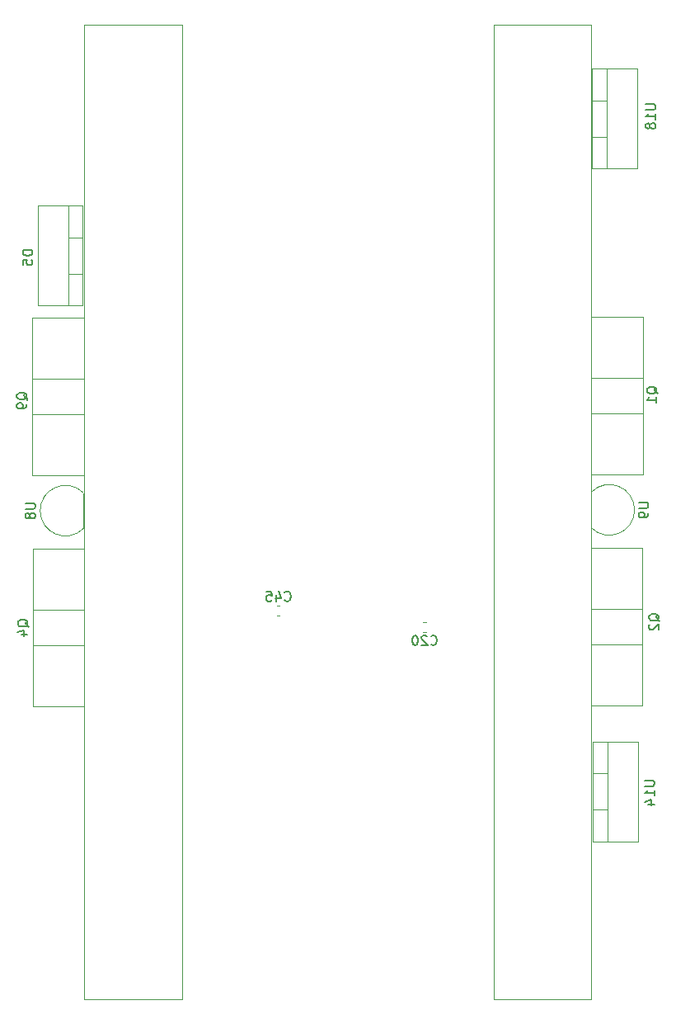
<source format=gbr>
%TF.GenerationSoftware,KiCad,Pcbnew,8.0.0*%
%TF.CreationDate,2024-03-22T17:01:39+01:00*%
%TF.ProjectId,PrezisoinPowerSupply,5072657a-6973-46f6-996e-506f77657253,rev?*%
%TF.SameCoordinates,Original*%
%TF.FileFunction,Legend,Bot*%
%TF.FilePolarity,Positive*%
%FSLAX46Y46*%
G04 Gerber Fmt 4.6, Leading zero omitted, Abs format (unit mm)*
G04 Created by KiCad (PCBNEW 8.0.0) date 2024-03-22 17:01:39*
%MOMM*%
%LPD*%
G01*
G04 APERTURE LIST*
%ADD10C,0.150000*%
%ADD11C,0.120000*%
%ADD12C,0.100000*%
G04 APERTURE END LIST*
D10*
X176914819Y-99038095D02*
X177724342Y-99038095D01*
X177724342Y-99038095D02*
X177819580Y-99085714D01*
X177819580Y-99085714D02*
X177867200Y-99133333D01*
X177867200Y-99133333D02*
X177914819Y-99228571D01*
X177914819Y-99228571D02*
X177914819Y-99419047D01*
X177914819Y-99419047D02*
X177867200Y-99514285D01*
X177867200Y-99514285D02*
X177819580Y-99561904D01*
X177819580Y-99561904D02*
X177724342Y-99609523D01*
X177724342Y-99609523D02*
X176914819Y-99609523D01*
X177914819Y-100133333D02*
X177914819Y-100323809D01*
X177914819Y-100323809D02*
X177867200Y-100419047D01*
X177867200Y-100419047D02*
X177819580Y-100466666D01*
X177819580Y-100466666D02*
X177676723Y-100561904D01*
X177676723Y-100561904D02*
X177486247Y-100609523D01*
X177486247Y-100609523D02*
X177105295Y-100609523D01*
X177105295Y-100609523D02*
X177010057Y-100561904D01*
X177010057Y-100561904D02*
X176962438Y-100514285D01*
X176962438Y-100514285D02*
X176914819Y-100419047D01*
X176914819Y-100419047D02*
X176914819Y-100228571D01*
X176914819Y-100228571D02*
X176962438Y-100133333D01*
X176962438Y-100133333D02*
X177010057Y-100085714D01*
X177010057Y-100085714D02*
X177105295Y-100038095D01*
X177105295Y-100038095D02*
X177343390Y-100038095D01*
X177343390Y-100038095D02*
X177438628Y-100085714D01*
X177438628Y-100085714D02*
X177486247Y-100133333D01*
X177486247Y-100133333D02*
X177533866Y-100228571D01*
X177533866Y-100228571D02*
X177533866Y-100419047D01*
X177533866Y-100419047D02*
X177486247Y-100514285D01*
X177486247Y-100514285D02*
X177438628Y-100561904D01*
X177438628Y-100561904D02*
X177343390Y-100609523D01*
X113944819Y-99118095D02*
X114754342Y-99118095D01*
X114754342Y-99118095D02*
X114849580Y-99165714D01*
X114849580Y-99165714D02*
X114897200Y-99213333D01*
X114897200Y-99213333D02*
X114944819Y-99308571D01*
X114944819Y-99308571D02*
X114944819Y-99499047D01*
X114944819Y-99499047D02*
X114897200Y-99594285D01*
X114897200Y-99594285D02*
X114849580Y-99641904D01*
X114849580Y-99641904D02*
X114754342Y-99689523D01*
X114754342Y-99689523D02*
X113944819Y-99689523D01*
X114373390Y-100308571D02*
X114325771Y-100213333D01*
X114325771Y-100213333D02*
X114278152Y-100165714D01*
X114278152Y-100165714D02*
X114182914Y-100118095D01*
X114182914Y-100118095D02*
X114135295Y-100118095D01*
X114135295Y-100118095D02*
X114040057Y-100165714D01*
X114040057Y-100165714D02*
X113992438Y-100213333D01*
X113992438Y-100213333D02*
X113944819Y-100308571D01*
X113944819Y-100308571D02*
X113944819Y-100499047D01*
X113944819Y-100499047D02*
X113992438Y-100594285D01*
X113992438Y-100594285D02*
X114040057Y-100641904D01*
X114040057Y-100641904D02*
X114135295Y-100689523D01*
X114135295Y-100689523D02*
X114182914Y-100689523D01*
X114182914Y-100689523D02*
X114278152Y-100641904D01*
X114278152Y-100641904D02*
X114325771Y-100594285D01*
X114325771Y-100594285D02*
X114373390Y-100499047D01*
X114373390Y-100499047D02*
X114373390Y-100308571D01*
X114373390Y-100308571D02*
X114421009Y-100213333D01*
X114421009Y-100213333D02*
X114468628Y-100165714D01*
X114468628Y-100165714D02*
X114563866Y-100118095D01*
X114563866Y-100118095D02*
X114754342Y-100118095D01*
X114754342Y-100118095D02*
X114849580Y-100165714D01*
X114849580Y-100165714D02*
X114897200Y-100213333D01*
X114897200Y-100213333D02*
X114944819Y-100308571D01*
X114944819Y-100308571D02*
X114944819Y-100499047D01*
X114944819Y-100499047D02*
X114897200Y-100594285D01*
X114897200Y-100594285D02*
X114849580Y-100641904D01*
X114849580Y-100641904D02*
X114754342Y-100689523D01*
X114754342Y-100689523D02*
X114563866Y-100689523D01*
X114563866Y-100689523D02*
X114468628Y-100641904D01*
X114468628Y-100641904D02*
X114421009Y-100594285D01*
X114421009Y-100594285D02*
X114373390Y-100499047D01*
X178850057Y-87904761D02*
X178802438Y-87809523D01*
X178802438Y-87809523D02*
X178707200Y-87714285D01*
X178707200Y-87714285D02*
X178564342Y-87571428D01*
X178564342Y-87571428D02*
X178516723Y-87476190D01*
X178516723Y-87476190D02*
X178516723Y-87380952D01*
X178754819Y-87428571D02*
X178707200Y-87333333D01*
X178707200Y-87333333D02*
X178611961Y-87238095D01*
X178611961Y-87238095D02*
X178421485Y-87190476D01*
X178421485Y-87190476D02*
X178088152Y-87190476D01*
X178088152Y-87190476D02*
X177897676Y-87238095D01*
X177897676Y-87238095D02*
X177802438Y-87333333D01*
X177802438Y-87333333D02*
X177754819Y-87428571D01*
X177754819Y-87428571D02*
X177754819Y-87619047D01*
X177754819Y-87619047D02*
X177802438Y-87714285D01*
X177802438Y-87714285D02*
X177897676Y-87809523D01*
X177897676Y-87809523D02*
X178088152Y-87857142D01*
X178088152Y-87857142D02*
X178421485Y-87857142D01*
X178421485Y-87857142D02*
X178611961Y-87809523D01*
X178611961Y-87809523D02*
X178707200Y-87714285D01*
X178707200Y-87714285D02*
X178754819Y-87619047D01*
X178754819Y-87619047D02*
X178754819Y-87428571D01*
X178754819Y-88809523D02*
X178754819Y-88238095D01*
X178754819Y-88523809D02*
X177754819Y-88523809D01*
X177754819Y-88523809D02*
X177897676Y-88428571D01*
X177897676Y-88428571D02*
X177992914Y-88333333D01*
X177992914Y-88333333D02*
X178040533Y-88238095D01*
X114654819Y-73161905D02*
X113654819Y-73161905D01*
X113654819Y-73161905D02*
X113654819Y-73400000D01*
X113654819Y-73400000D02*
X113702438Y-73542857D01*
X113702438Y-73542857D02*
X113797676Y-73638095D01*
X113797676Y-73638095D02*
X113892914Y-73685714D01*
X113892914Y-73685714D02*
X114083390Y-73733333D01*
X114083390Y-73733333D02*
X114226247Y-73733333D01*
X114226247Y-73733333D02*
X114416723Y-73685714D01*
X114416723Y-73685714D02*
X114511961Y-73638095D01*
X114511961Y-73638095D02*
X114607200Y-73542857D01*
X114607200Y-73542857D02*
X114654819Y-73400000D01*
X114654819Y-73400000D02*
X114654819Y-73161905D01*
X113654819Y-74638095D02*
X113654819Y-74161905D01*
X113654819Y-74161905D02*
X114131009Y-74114286D01*
X114131009Y-74114286D02*
X114083390Y-74161905D01*
X114083390Y-74161905D02*
X114035771Y-74257143D01*
X114035771Y-74257143D02*
X114035771Y-74495238D01*
X114035771Y-74495238D02*
X114083390Y-74590476D01*
X114083390Y-74590476D02*
X114131009Y-74638095D01*
X114131009Y-74638095D02*
X114226247Y-74685714D01*
X114226247Y-74685714D02*
X114464342Y-74685714D01*
X114464342Y-74685714D02*
X114559580Y-74638095D01*
X114559580Y-74638095D02*
X114607200Y-74590476D01*
X114607200Y-74590476D02*
X114654819Y-74495238D01*
X114654819Y-74495238D02*
X114654819Y-74257143D01*
X114654819Y-74257143D02*
X114607200Y-74161905D01*
X114607200Y-74161905D02*
X114559580Y-74114286D01*
X114150057Y-88504761D02*
X114102438Y-88409523D01*
X114102438Y-88409523D02*
X114007200Y-88314285D01*
X114007200Y-88314285D02*
X113864342Y-88171428D01*
X113864342Y-88171428D02*
X113816723Y-88076190D01*
X113816723Y-88076190D02*
X113816723Y-87980952D01*
X114054819Y-88028571D02*
X114007200Y-87933333D01*
X114007200Y-87933333D02*
X113911961Y-87838095D01*
X113911961Y-87838095D02*
X113721485Y-87790476D01*
X113721485Y-87790476D02*
X113388152Y-87790476D01*
X113388152Y-87790476D02*
X113197676Y-87838095D01*
X113197676Y-87838095D02*
X113102438Y-87933333D01*
X113102438Y-87933333D02*
X113054819Y-88028571D01*
X113054819Y-88028571D02*
X113054819Y-88219047D01*
X113054819Y-88219047D02*
X113102438Y-88314285D01*
X113102438Y-88314285D02*
X113197676Y-88409523D01*
X113197676Y-88409523D02*
X113388152Y-88457142D01*
X113388152Y-88457142D02*
X113721485Y-88457142D01*
X113721485Y-88457142D02*
X113911961Y-88409523D01*
X113911961Y-88409523D02*
X114007200Y-88314285D01*
X114007200Y-88314285D02*
X114054819Y-88219047D01*
X114054819Y-88219047D02*
X114054819Y-88028571D01*
X114054819Y-88933333D02*
X114054819Y-89123809D01*
X114054819Y-89123809D02*
X114007200Y-89219047D01*
X114007200Y-89219047D02*
X113959580Y-89266666D01*
X113959580Y-89266666D02*
X113816723Y-89361904D01*
X113816723Y-89361904D02*
X113626247Y-89409523D01*
X113626247Y-89409523D02*
X113245295Y-89409523D01*
X113245295Y-89409523D02*
X113150057Y-89361904D01*
X113150057Y-89361904D02*
X113102438Y-89314285D01*
X113102438Y-89314285D02*
X113054819Y-89219047D01*
X113054819Y-89219047D02*
X113054819Y-89028571D01*
X113054819Y-89028571D02*
X113102438Y-88933333D01*
X113102438Y-88933333D02*
X113150057Y-88885714D01*
X113150057Y-88885714D02*
X113245295Y-88838095D01*
X113245295Y-88838095D02*
X113483390Y-88838095D01*
X113483390Y-88838095D02*
X113578628Y-88885714D01*
X113578628Y-88885714D02*
X113626247Y-88933333D01*
X113626247Y-88933333D02*
X113673866Y-89028571D01*
X113673866Y-89028571D02*
X113673866Y-89219047D01*
X113673866Y-89219047D02*
X113626247Y-89314285D01*
X113626247Y-89314285D02*
X113578628Y-89361904D01*
X113578628Y-89361904D02*
X113483390Y-89409523D01*
X114250057Y-111804761D02*
X114202438Y-111709523D01*
X114202438Y-111709523D02*
X114107200Y-111614285D01*
X114107200Y-111614285D02*
X113964342Y-111471428D01*
X113964342Y-111471428D02*
X113916723Y-111376190D01*
X113916723Y-111376190D02*
X113916723Y-111280952D01*
X114154819Y-111328571D02*
X114107200Y-111233333D01*
X114107200Y-111233333D02*
X114011961Y-111138095D01*
X114011961Y-111138095D02*
X113821485Y-111090476D01*
X113821485Y-111090476D02*
X113488152Y-111090476D01*
X113488152Y-111090476D02*
X113297676Y-111138095D01*
X113297676Y-111138095D02*
X113202438Y-111233333D01*
X113202438Y-111233333D02*
X113154819Y-111328571D01*
X113154819Y-111328571D02*
X113154819Y-111519047D01*
X113154819Y-111519047D02*
X113202438Y-111614285D01*
X113202438Y-111614285D02*
X113297676Y-111709523D01*
X113297676Y-111709523D02*
X113488152Y-111757142D01*
X113488152Y-111757142D02*
X113821485Y-111757142D01*
X113821485Y-111757142D02*
X114011961Y-111709523D01*
X114011961Y-111709523D02*
X114107200Y-111614285D01*
X114107200Y-111614285D02*
X114154819Y-111519047D01*
X114154819Y-111519047D02*
X114154819Y-111328571D01*
X113488152Y-112614285D02*
X114154819Y-112614285D01*
X113107200Y-112376190D02*
X113821485Y-112138095D01*
X113821485Y-112138095D02*
X113821485Y-112757142D01*
X155567857Y-113589580D02*
X155615476Y-113637200D01*
X155615476Y-113637200D02*
X155758333Y-113684819D01*
X155758333Y-113684819D02*
X155853571Y-113684819D01*
X155853571Y-113684819D02*
X155996428Y-113637200D01*
X155996428Y-113637200D02*
X156091666Y-113541961D01*
X156091666Y-113541961D02*
X156139285Y-113446723D01*
X156139285Y-113446723D02*
X156186904Y-113256247D01*
X156186904Y-113256247D02*
X156186904Y-113113390D01*
X156186904Y-113113390D02*
X156139285Y-112922914D01*
X156139285Y-112922914D02*
X156091666Y-112827676D01*
X156091666Y-112827676D02*
X155996428Y-112732438D01*
X155996428Y-112732438D02*
X155853571Y-112684819D01*
X155853571Y-112684819D02*
X155758333Y-112684819D01*
X155758333Y-112684819D02*
X155615476Y-112732438D01*
X155615476Y-112732438D02*
X155567857Y-112780057D01*
X155186904Y-112780057D02*
X155139285Y-112732438D01*
X155139285Y-112732438D02*
X155044047Y-112684819D01*
X155044047Y-112684819D02*
X154805952Y-112684819D01*
X154805952Y-112684819D02*
X154710714Y-112732438D01*
X154710714Y-112732438D02*
X154663095Y-112780057D01*
X154663095Y-112780057D02*
X154615476Y-112875295D01*
X154615476Y-112875295D02*
X154615476Y-112970533D01*
X154615476Y-112970533D02*
X154663095Y-113113390D01*
X154663095Y-113113390D02*
X155234523Y-113684819D01*
X155234523Y-113684819D02*
X154615476Y-113684819D01*
X153996428Y-112684819D02*
X153901190Y-112684819D01*
X153901190Y-112684819D02*
X153805952Y-112732438D01*
X153805952Y-112732438D02*
X153758333Y-112780057D01*
X153758333Y-112780057D02*
X153710714Y-112875295D01*
X153710714Y-112875295D02*
X153663095Y-113065771D01*
X153663095Y-113065771D02*
X153663095Y-113303866D01*
X153663095Y-113303866D02*
X153710714Y-113494342D01*
X153710714Y-113494342D02*
X153758333Y-113589580D01*
X153758333Y-113589580D02*
X153805952Y-113637200D01*
X153805952Y-113637200D02*
X153901190Y-113684819D01*
X153901190Y-113684819D02*
X153996428Y-113684819D01*
X153996428Y-113684819D02*
X154091666Y-113637200D01*
X154091666Y-113637200D02*
X154139285Y-113589580D01*
X154139285Y-113589580D02*
X154186904Y-113494342D01*
X154186904Y-113494342D02*
X154234523Y-113303866D01*
X154234523Y-113303866D02*
X154234523Y-113065771D01*
X154234523Y-113065771D02*
X154186904Y-112875295D01*
X154186904Y-112875295D02*
X154139285Y-112780057D01*
X154139285Y-112780057D02*
X154091666Y-112732438D01*
X154091666Y-112732438D02*
X153996428Y-112684819D01*
X140567857Y-109069580D02*
X140615476Y-109117200D01*
X140615476Y-109117200D02*
X140758333Y-109164819D01*
X140758333Y-109164819D02*
X140853571Y-109164819D01*
X140853571Y-109164819D02*
X140996428Y-109117200D01*
X140996428Y-109117200D02*
X141091666Y-109021961D01*
X141091666Y-109021961D02*
X141139285Y-108926723D01*
X141139285Y-108926723D02*
X141186904Y-108736247D01*
X141186904Y-108736247D02*
X141186904Y-108593390D01*
X141186904Y-108593390D02*
X141139285Y-108402914D01*
X141139285Y-108402914D02*
X141091666Y-108307676D01*
X141091666Y-108307676D02*
X140996428Y-108212438D01*
X140996428Y-108212438D02*
X140853571Y-108164819D01*
X140853571Y-108164819D02*
X140758333Y-108164819D01*
X140758333Y-108164819D02*
X140615476Y-108212438D01*
X140615476Y-108212438D02*
X140567857Y-108260057D01*
X139710714Y-108498152D02*
X139710714Y-109164819D01*
X139948809Y-108117200D02*
X140186904Y-108831485D01*
X140186904Y-108831485D02*
X139567857Y-108831485D01*
X138710714Y-108164819D02*
X139186904Y-108164819D01*
X139186904Y-108164819D02*
X139234523Y-108641009D01*
X139234523Y-108641009D02*
X139186904Y-108593390D01*
X139186904Y-108593390D02*
X139091666Y-108545771D01*
X139091666Y-108545771D02*
X138853571Y-108545771D01*
X138853571Y-108545771D02*
X138758333Y-108593390D01*
X138758333Y-108593390D02*
X138710714Y-108641009D01*
X138710714Y-108641009D02*
X138663095Y-108736247D01*
X138663095Y-108736247D02*
X138663095Y-108974342D01*
X138663095Y-108974342D02*
X138710714Y-109069580D01*
X138710714Y-109069580D02*
X138758333Y-109117200D01*
X138758333Y-109117200D02*
X138853571Y-109164819D01*
X138853571Y-109164819D02*
X139091666Y-109164819D01*
X139091666Y-109164819D02*
X139186904Y-109117200D01*
X139186904Y-109117200D02*
X139234523Y-109069580D01*
X177554819Y-127561905D02*
X178364342Y-127561905D01*
X178364342Y-127561905D02*
X178459580Y-127609524D01*
X178459580Y-127609524D02*
X178507200Y-127657143D01*
X178507200Y-127657143D02*
X178554819Y-127752381D01*
X178554819Y-127752381D02*
X178554819Y-127942857D01*
X178554819Y-127942857D02*
X178507200Y-128038095D01*
X178507200Y-128038095D02*
X178459580Y-128085714D01*
X178459580Y-128085714D02*
X178364342Y-128133333D01*
X178364342Y-128133333D02*
X177554819Y-128133333D01*
X178554819Y-129133333D02*
X178554819Y-128561905D01*
X178554819Y-128847619D02*
X177554819Y-128847619D01*
X177554819Y-128847619D02*
X177697676Y-128752381D01*
X177697676Y-128752381D02*
X177792914Y-128657143D01*
X177792914Y-128657143D02*
X177840533Y-128561905D01*
X177888152Y-129990476D02*
X178554819Y-129990476D01*
X177507200Y-129752381D02*
X178221485Y-129514286D01*
X178221485Y-129514286D02*
X178221485Y-130133333D01*
X177654819Y-58161905D02*
X178464342Y-58161905D01*
X178464342Y-58161905D02*
X178559580Y-58209524D01*
X178559580Y-58209524D02*
X178607200Y-58257143D01*
X178607200Y-58257143D02*
X178654819Y-58352381D01*
X178654819Y-58352381D02*
X178654819Y-58542857D01*
X178654819Y-58542857D02*
X178607200Y-58638095D01*
X178607200Y-58638095D02*
X178559580Y-58685714D01*
X178559580Y-58685714D02*
X178464342Y-58733333D01*
X178464342Y-58733333D02*
X177654819Y-58733333D01*
X178654819Y-59733333D02*
X178654819Y-59161905D01*
X178654819Y-59447619D02*
X177654819Y-59447619D01*
X177654819Y-59447619D02*
X177797676Y-59352381D01*
X177797676Y-59352381D02*
X177892914Y-59257143D01*
X177892914Y-59257143D02*
X177940533Y-59161905D01*
X178083390Y-60304762D02*
X178035771Y-60209524D01*
X178035771Y-60209524D02*
X177988152Y-60161905D01*
X177988152Y-60161905D02*
X177892914Y-60114286D01*
X177892914Y-60114286D02*
X177845295Y-60114286D01*
X177845295Y-60114286D02*
X177750057Y-60161905D01*
X177750057Y-60161905D02*
X177702438Y-60209524D01*
X177702438Y-60209524D02*
X177654819Y-60304762D01*
X177654819Y-60304762D02*
X177654819Y-60495238D01*
X177654819Y-60495238D02*
X177702438Y-60590476D01*
X177702438Y-60590476D02*
X177750057Y-60638095D01*
X177750057Y-60638095D02*
X177845295Y-60685714D01*
X177845295Y-60685714D02*
X177892914Y-60685714D01*
X177892914Y-60685714D02*
X177988152Y-60638095D01*
X177988152Y-60638095D02*
X178035771Y-60590476D01*
X178035771Y-60590476D02*
X178083390Y-60495238D01*
X178083390Y-60495238D02*
X178083390Y-60304762D01*
X178083390Y-60304762D02*
X178131009Y-60209524D01*
X178131009Y-60209524D02*
X178178628Y-60161905D01*
X178178628Y-60161905D02*
X178273866Y-60114286D01*
X178273866Y-60114286D02*
X178464342Y-60114286D01*
X178464342Y-60114286D02*
X178559580Y-60161905D01*
X178559580Y-60161905D02*
X178607200Y-60209524D01*
X178607200Y-60209524D02*
X178654819Y-60304762D01*
X178654819Y-60304762D02*
X178654819Y-60495238D01*
X178654819Y-60495238D02*
X178607200Y-60590476D01*
X178607200Y-60590476D02*
X178559580Y-60638095D01*
X178559580Y-60638095D02*
X178464342Y-60685714D01*
X178464342Y-60685714D02*
X178273866Y-60685714D01*
X178273866Y-60685714D02*
X178178628Y-60638095D01*
X178178628Y-60638095D02*
X178131009Y-60590476D01*
X178131009Y-60590476D02*
X178083390Y-60495238D01*
X179050057Y-111204761D02*
X179002438Y-111109523D01*
X179002438Y-111109523D02*
X178907200Y-111014285D01*
X178907200Y-111014285D02*
X178764342Y-110871428D01*
X178764342Y-110871428D02*
X178716723Y-110776190D01*
X178716723Y-110776190D02*
X178716723Y-110680952D01*
X178954819Y-110728571D02*
X178907200Y-110633333D01*
X178907200Y-110633333D02*
X178811961Y-110538095D01*
X178811961Y-110538095D02*
X178621485Y-110490476D01*
X178621485Y-110490476D02*
X178288152Y-110490476D01*
X178288152Y-110490476D02*
X178097676Y-110538095D01*
X178097676Y-110538095D02*
X178002438Y-110633333D01*
X178002438Y-110633333D02*
X177954819Y-110728571D01*
X177954819Y-110728571D02*
X177954819Y-110919047D01*
X177954819Y-110919047D02*
X178002438Y-111014285D01*
X178002438Y-111014285D02*
X178097676Y-111109523D01*
X178097676Y-111109523D02*
X178288152Y-111157142D01*
X178288152Y-111157142D02*
X178621485Y-111157142D01*
X178621485Y-111157142D02*
X178811961Y-111109523D01*
X178811961Y-111109523D02*
X178907200Y-111014285D01*
X178907200Y-111014285D02*
X178954819Y-110919047D01*
X178954819Y-110919047D02*
X178954819Y-110728571D01*
X178050057Y-111538095D02*
X178002438Y-111585714D01*
X178002438Y-111585714D02*
X177954819Y-111680952D01*
X177954819Y-111680952D02*
X177954819Y-111919047D01*
X177954819Y-111919047D02*
X178002438Y-112014285D01*
X178002438Y-112014285D02*
X178050057Y-112061904D01*
X178050057Y-112061904D02*
X178145295Y-112109523D01*
X178145295Y-112109523D02*
X178240533Y-112109523D01*
X178240533Y-112109523D02*
X178383390Y-112061904D01*
X178383390Y-112061904D02*
X178954819Y-111490476D01*
X178954819Y-111490476D02*
X178954819Y-112109523D01*
D11*
%TO.C,U9*%
X172050000Y-98000000D02*
X172050000Y-101600000D01*
X176500000Y-99800000D02*
G75*
G02*
X172061522Y-101638478I-2600000J0D01*
G01*
X172061522Y-97961522D02*
G75*
G02*
X176500000Y-99800000I1838478J-1838478D01*
G01*
%TO.C,U8*%
X119900000Y-101680000D02*
X119900000Y-98080000D01*
X115450000Y-99880000D02*
G75*
G02*
X119888478Y-98041522I2600000J0D01*
G01*
X119888478Y-101718478D02*
G75*
G02*
X115450000Y-99880000I-1838478J1838478D01*
G01*
%TO.C,Q1*%
X172069000Y-96170000D02*
X172069000Y-80030000D01*
X177340000Y-80030000D02*
X172069000Y-80030000D01*
X177340000Y-86296000D02*
X172069000Y-86296000D01*
X177340000Y-89905000D02*
X172069000Y-89905000D01*
X177340000Y-96170000D02*
X172069000Y-96170000D01*
X177340000Y-96170000D02*
X177340000Y-80030000D01*
%TO.C,D5*%
X115184000Y-68580000D02*
X115184000Y-78820000D01*
X115184000Y-68580000D02*
X119825000Y-68580000D01*
X115184000Y-78820000D02*
X119825000Y-78820000D01*
X118315000Y-68580000D02*
X118315000Y-78820000D01*
X118315000Y-71849000D02*
X119825000Y-71849000D01*
X118315000Y-75550000D02*
X119825000Y-75550000D01*
X119825000Y-68580000D02*
X119825000Y-78820000D01*
%TO.C,Q9*%
X114660000Y-80080000D02*
X114660000Y-96220000D01*
X114660000Y-80080000D02*
X119931000Y-80080000D01*
X114660000Y-86345000D02*
X119931000Y-86345000D01*
X114660000Y-89954000D02*
X119931000Y-89954000D01*
X114660000Y-96220000D02*
X119931000Y-96220000D01*
X119931000Y-80080000D02*
X119931000Y-96220000D01*
%TO.C,REF\u002A\u002A*%
D12*
X120000000Y-150000000D02*
X130000000Y-150000000D01*
X130000000Y-50000000D01*
X120000000Y-50000000D01*
X120000000Y-150000000D01*
D11*
%TO.C,Q4*%
X114680000Y-103780000D02*
X114680000Y-119920000D01*
X114680000Y-103780000D02*
X119951000Y-103780000D01*
X114680000Y-110045000D02*
X119951000Y-110045000D01*
X114680000Y-113654000D02*
X119951000Y-113654000D01*
X114680000Y-119920000D02*
X119951000Y-119920000D01*
X119951000Y-103780000D02*
X119951000Y-119920000D01*
%TO.C,C20*%
X155065580Y-111290000D02*
X154784420Y-111290000D01*
X155065580Y-112310000D02*
X154784420Y-112310000D01*
%TO.C,C45*%
X139784420Y-109630000D02*
X140065580Y-109630000D01*
X139784420Y-110650000D02*
X140065580Y-110650000D01*
%TO.C,U14*%
X172175000Y-133820000D02*
X172175000Y-123580000D01*
X173685000Y-126850000D02*
X172175000Y-126850000D01*
X173685000Y-130551000D02*
X172175000Y-130551000D01*
X173685000Y-133820000D02*
X173685000Y-123580000D01*
X176816000Y-123580000D02*
X172175000Y-123580000D01*
X176816000Y-133820000D02*
X172175000Y-133820000D01*
X176816000Y-133820000D02*
X176816000Y-123580000D01*
%TO.C,U18*%
X172130000Y-64780000D02*
X172130000Y-54540000D01*
X173640000Y-57810000D02*
X172130000Y-57810000D01*
X173640000Y-61511000D02*
X172130000Y-61511000D01*
X173640000Y-64780000D02*
X173640000Y-54540000D01*
X176771000Y-54540000D02*
X172130000Y-54540000D01*
X176771000Y-64780000D02*
X172130000Y-64780000D01*
X176771000Y-64780000D02*
X176771000Y-54540000D01*
%TO.C,REF\u002A\u002A*%
D12*
X162000000Y-150000000D02*
X172000000Y-150000000D01*
X172000000Y-50000000D01*
X162000000Y-50000000D01*
X162000000Y-150000000D01*
D11*
%TO.C,Q2*%
X172049000Y-119870000D02*
X172049000Y-103730000D01*
X177320000Y-103730000D02*
X172049000Y-103730000D01*
X177320000Y-109996000D02*
X172049000Y-109996000D01*
X177320000Y-113605000D02*
X172049000Y-113605000D01*
X177320000Y-119870000D02*
X172049000Y-119870000D01*
X177320000Y-119870000D02*
X177320000Y-103730000D01*
%TD*%
M02*

</source>
